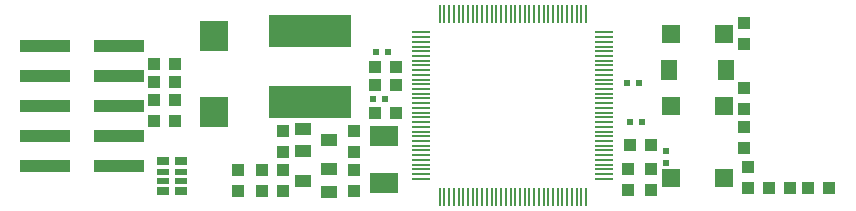
<source format=gbr>
G75*
G70*
%OFA0B0*%
%FSLAX24Y24*%
%IPPOS*%
%LPD*%
%AMOC8*
5,1,8,0,0,1.08239X$1,22.5*
%
%ADD10R,0.0079X0.0591*%
%ADD11R,0.0591X0.0079*%
%ADD12R,0.0400X0.0400*%
%ADD13R,0.0240X0.0230*%
%ADD14R,0.0230X0.0240*%
%ADD15R,0.0551X0.0394*%
%ADD16R,0.0400X0.0300*%
%ADD17R,0.0400X0.0200*%
%ADD18R,0.2756X0.1102*%
%ADD19R,0.0571X0.0709*%
%ADD20R,0.0610X0.0591*%
%ADD21R,0.1673X0.0394*%
%ADD22R,0.0945X0.0709*%
%ADD23R,0.0945X0.1024*%
D10*
X021217Y010151D03*
X021375Y010151D03*
X021532Y010151D03*
X021690Y010151D03*
X021847Y010151D03*
X022005Y010151D03*
X022162Y010151D03*
X022320Y010151D03*
X022477Y010151D03*
X022634Y010151D03*
X022792Y010151D03*
X022949Y010151D03*
X023107Y010151D03*
X023264Y010151D03*
X023422Y010151D03*
X023579Y010151D03*
X023737Y010151D03*
X023894Y010151D03*
X024052Y010151D03*
X024209Y010151D03*
X024367Y010151D03*
X024524Y010151D03*
X024682Y010151D03*
X024839Y010151D03*
X024997Y010151D03*
X025154Y010151D03*
X025312Y010151D03*
X025469Y010151D03*
X025627Y010151D03*
X025784Y010151D03*
X025942Y010151D03*
X026099Y010151D03*
X026099Y016253D03*
X025942Y016253D03*
X025784Y016253D03*
X025627Y016253D03*
X025469Y016253D03*
X025312Y016253D03*
X025154Y016253D03*
X024997Y016253D03*
X024839Y016253D03*
X024682Y016253D03*
X024524Y016253D03*
X024367Y016253D03*
X024209Y016253D03*
X024052Y016253D03*
X023894Y016253D03*
X023737Y016253D03*
X023579Y016253D03*
X023422Y016253D03*
X023264Y016253D03*
X023107Y016253D03*
X022949Y016253D03*
X022792Y016253D03*
X022634Y016253D03*
X022477Y016253D03*
X022320Y016253D03*
X022162Y016253D03*
X022005Y016253D03*
X021847Y016253D03*
X021690Y016253D03*
X021532Y016253D03*
X021375Y016253D03*
X021217Y016253D03*
D11*
X020607Y015643D03*
X020607Y015485D03*
X020607Y015328D03*
X020607Y015170D03*
X020607Y015013D03*
X020607Y014855D03*
X020607Y014698D03*
X020607Y014540D03*
X020607Y014383D03*
X020607Y014226D03*
X020607Y014068D03*
X020607Y013911D03*
X020607Y013753D03*
X020607Y013596D03*
X020607Y013438D03*
X020607Y013281D03*
X020607Y013123D03*
X020607Y012966D03*
X020607Y012808D03*
X020607Y012651D03*
X020607Y012493D03*
X020607Y012336D03*
X020607Y012178D03*
X020607Y012021D03*
X020607Y011863D03*
X020607Y011706D03*
X020607Y011548D03*
X020607Y011391D03*
X020607Y011233D03*
X020607Y011076D03*
X020607Y010918D03*
X020607Y010761D03*
X026709Y010761D03*
X026709Y010918D03*
X026709Y011076D03*
X026709Y011233D03*
X026709Y011391D03*
X026709Y011548D03*
X026709Y011706D03*
X026709Y011863D03*
X026709Y012021D03*
X026709Y012178D03*
X026709Y012336D03*
X026709Y012493D03*
X026709Y012651D03*
X026709Y012808D03*
X026709Y012966D03*
X026709Y013123D03*
X026709Y013281D03*
X026709Y013438D03*
X026709Y013596D03*
X026709Y013753D03*
X026709Y013911D03*
X026709Y014068D03*
X026709Y014226D03*
X026709Y014383D03*
X026709Y014540D03*
X026709Y014698D03*
X026709Y014855D03*
X026709Y015013D03*
X026709Y015170D03*
X026709Y015328D03*
X026709Y015485D03*
X026709Y015643D03*
D12*
X031358Y015952D03*
X031358Y015252D03*
X031358Y013802D03*
X031358Y013102D03*
X031358Y012502D03*
X031358Y011802D03*
X031508Y011152D03*
X031508Y010452D03*
X032208Y010452D03*
X032908Y010452D03*
X033508Y010452D03*
X034208Y010452D03*
X028258Y010402D03*
X027508Y010402D03*
X027508Y011102D03*
X028258Y011102D03*
X028258Y011902D03*
X027558Y011902D03*
X019758Y012952D03*
X019058Y012952D03*
X018358Y012352D03*
X018358Y011652D03*
X018358Y011052D03*
X018358Y010352D03*
X016008Y010352D03*
X015308Y010352D03*
X014508Y010352D03*
X014508Y011052D03*
X015308Y011052D03*
X016008Y011052D03*
X016008Y011652D03*
X016008Y012352D03*
X019058Y013902D03*
X019758Y013902D03*
X019758Y014502D03*
X019058Y014502D03*
X012408Y014602D03*
X011708Y014602D03*
X011708Y014002D03*
X011708Y013402D03*
X012408Y013402D03*
X012408Y014002D03*
X012408Y012702D03*
X011708Y012702D03*
D13*
X019008Y013427D03*
X019408Y013427D03*
X019508Y014977D03*
X019108Y014977D03*
X027458Y013952D03*
X027858Y013952D03*
X027958Y012652D03*
X027558Y012652D03*
D14*
X028758Y011702D03*
X028758Y011302D03*
D15*
X017541Y011076D03*
X016675Y010702D03*
X017541Y010328D03*
X016675Y011678D03*
X017541Y012052D03*
X016675Y012426D03*
D16*
X012008Y010352D03*
X012608Y010352D03*
X012608Y011352D03*
X012008Y011352D03*
D17*
X012008Y011002D03*
X012608Y011002D03*
X012608Y010702D03*
X012008Y010702D03*
D18*
X016908Y013321D03*
X016908Y015683D03*
D19*
X028846Y014402D03*
X030771Y014402D03*
D20*
X030694Y015602D03*
X028922Y015602D03*
X028922Y013202D03*
X030694Y013202D03*
X030694Y010802D03*
X028922Y010802D03*
D21*
X010538Y011202D03*
X010538Y012202D03*
X010538Y013202D03*
X010538Y014202D03*
X010538Y015202D03*
X008078Y015202D03*
X008078Y014202D03*
X008078Y013202D03*
X008078Y012202D03*
X008078Y011202D03*
D22*
X019358Y010614D03*
X019358Y012189D03*
D23*
X013708Y012992D03*
X013708Y015512D03*
M02*

</source>
